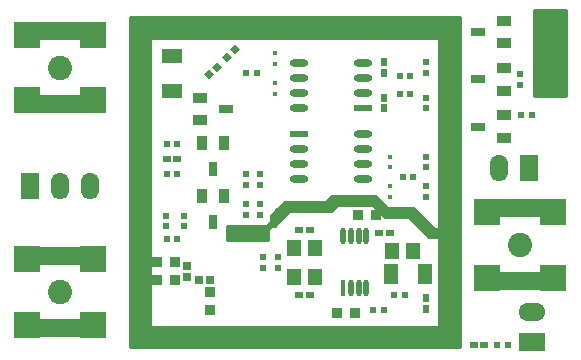
<source format=gts>
G04 #@! TF.FileFunction,Soldermask,Top*
%FSLAX46Y46*%
G04 Gerber Fmt 4.6, Leading zero omitted, Abs format (unit mm)*
G04 Created by KiCad (PCBNEW (2014-11-08 BZR 5258)-product) date Tue 11 Nov 2014 09:30:07 AM EST*
%MOMM*%
G01*
G04 APERTURE LIST*
%ADD10C,0.100000*%
%ADD11C,2.050000*%
%ADD12R,7.760000X1.600000*%
%ADD13R,2.200000X2.200000*%
%ADD14R,1.150000X1.450000*%
%ADD15R,1.524000X2.286000*%
%ADD16O,1.524000X2.286000*%
%ADD17R,2.286000X1.524000*%
%ADD18O,2.286000X1.524000*%
%ADD19R,0.600000X0.600000*%
%ADD20R,1.800000X1.200000*%
%ADD21R,0.600000X0.650000*%
%ADD22R,0.650000X0.600000*%
%ADD23R,1.200000X1.800000*%
%ADD24R,0.400000X0.300000*%
%ADD25R,1.300000X0.900000*%
%ADD26R,1.300000X0.800000*%
%ADD27R,0.900000X1.300000*%
%ADD28R,0.800000X1.300000*%
%ADD29R,1.550000X0.600000*%
%ADD30O,1.550000X0.600000*%
%ADD31R,0.450000X1.450000*%
%ADD32O,0.450000X1.450000*%
%ADD33R,0.900000X0.950000*%
%ADD34R,0.950000X0.900000*%
%ADD35R,0.650000X0.700000*%
%ADD36R,0.700000X0.650000*%
%ADD37C,0.254000*%
G04 APERTURE END LIST*
D10*
D11*
X92000000Y-65000000D03*
D12*
X92000000Y-68080000D03*
X92000000Y-61920000D03*
D13*
X89220000Y-67780000D03*
X89220000Y-62220000D03*
X94780000Y-67780000D03*
X94780000Y-62220000D03*
D14*
X121900000Y-80500000D03*
X120100000Y-80500000D03*
D15*
X89460000Y-75000000D03*
D16*
X92000000Y-75000000D03*
X94540000Y-75000000D03*
D15*
X131770000Y-73500000D03*
D16*
X129230000Y-73500000D03*
D17*
X132000000Y-88270000D03*
D18*
X132000000Y-85730000D03*
D14*
X113650000Y-80250000D03*
X111850000Y-80250000D03*
D19*
X131000000Y-66450000D03*
X131000000Y-65550000D03*
D20*
X101500000Y-66950000D03*
X101500000Y-64050000D03*
D21*
X119500000Y-67550000D03*
X119500000Y-68450000D03*
X119500000Y-65450000D03*
X119500000Y-64550000D03*
D22*
X112300000Y-78750000D03*
X113200000Y-78750000D03*
X112300000Y-84250000D03*
X113200000Y-84250000D03*
D14*
X113650000Y-82750000D03*
X111850000Y-82750000D03*
D22*
X119050000Y-79000000D03*
X119950000Y-79000000D03*
D21*
X123000000Y-84550000D03*
X123000000Y-85450000D03*
D22*
X127950000Y-88500000D03*
X127050000Y-88500000D03*
D23*
X120050000Y-82500000D03*
X122950000Y-82500000D03*
D22*
X101950000Y-72750000D03*
X101050000Y-72750000D03*
D24*
X110250000Y-67200000D03*
X110250000Y-66300000D03*
X110250000Y-64700000D03*
X110250000Y-63800000D03*
X120000000Y-75950000D03*
X120000000Y-75050000D03*
X120000000Y-73450000D03*
X120000000Y-72550000D03*
D19*
X108700000Y-65500000D03*
X107800000Y-65500000D03*
X121050000Y-74250000D03*
X121950000Y-74250000D03*
D11*
X131000000Y-80000000D03*
D12*
X131000000Y-83080000D03*
X131000000Y-76920000D03*
D13*
X128220000Y-82780000D03*
X128220000Y-77220000D03*
X133780000Y-82780000D03*
X133780000Y-77220000D03*
D11*
X92000000Y-84000000D03*
D12*
X92000000Y-87080000D03*
X92000000Y-80920000D03*
D13*
X89220000Y-86780000D03*
X89220000Y-81220000D03*
X94780000Y-86780000D03*
X94780000Y-81220000D03*
D25*
X129600000Y-70950000D03*
X129600000Y-69050000D03*
D26*
X127400000Y-70000000D03*
D25*
X129600000Y-66950000D03*
X129600000Y-65050000D03*
D26*
X127400000Y-66000000D03*
D25*
X129600000Y-62950000D03*
X129600000Y-61050000D03*
D26*
X127400000Y-62000000D03*
D25*
X103900000Y-67550000D03*
X103900000Y-69450000D03*
D26*
X106100000Y-68500000D03*
D27*
X105950000Y-75900000D03*
X104050000Y-75900000D03*
D28*
X105000000Y-78100000D03*
D27*
X105950000Y-71400000D03*
X104050000Y-71400000D03*
D28*
X105000000Y-73600000D03*
D10*
G36*
X106181802Y-64492462D02*
X105757538Y-64068198D01*
X106181802Y-63643934D01*
X106606066Y-64068198D01*
X106181802Y-64492462D01*
X106181802Y-64492462D01*
G37*
G36*
X106818198Y-63856066D02*
X106393934Y-63431802D01*
X106818198Y-63007538D01*
X107242462Y-63431802D01*
X106818198Y-63856066D01*
X106818198Y-63856066D01*
G37*
G36*
X105318198Y-64507538D02*
X105742462Y-64931802D01*
X105318198Y-65356066D01*
X104893934Y-64931802D01*
X105318198Y-64507538D01*
X105318198Y-64507538D01*
G37*
G36*
X104681802Y-65143934D02*
X105106066Y-65568198D01*
X104681802Y-65992462D01*
X104257538Y-65568198D01*
X104681802Y-65143934D01*
X104681802Y-65143934D01*
G37*
D19*
X118550000Y-85500000D03*
X119450000Y-85500000D03*
X129050000Y-88500000D03*
X129950000Y-88500000D03*
X123000000Y-73450000D03*
X123000000Y-72550000D03*
X123000000Y-75050000D03*
X123000000Y-75950000D03*
X131950000Y-69000000D03*
X131050000Y-69000000D03*
X121700000Y-67250000D03*
X120800000Y-67250000D03*
X121700000Y-65750000D03*
X120800000Y-65750000D03*
X123000000Y-68450000D03*
X123000000Y-67550000D03*
X123000000Y-64550000D03*
X123000000Y-65450000D03*
X109250000Y-81050000D03*
X109250000Y-81950000D03*
X110500000Y-81050000D03*
X110500000Y-81950000D03*
X120300000Y-84250000D03*
X121200000Y-84250000D03*
X107750000Y-74950000D03*
X107750000Y-74050000D03*
X109000000Y-74950000D03*
X109000000Y-74050000D03*
X107750000Y-76550000D03*
X107750000Y-77450000D03*
X101050000Y-74000000D03*
X101950000Y-74000000D03*
X109000000Y-76550000D03*
X109000000Y-77450000D03*
X101950000Y-71500000D03*
X101050000Y-71500000D03*
X101000000Y-78450000D03*
X101000000Y-77550000D03*
X101950000Y-79500000D03*
X101050000Y-79500000D03*
X102500000Y-78450000D03*
X102500000Y-77550000D03*
D29*
X117700000Y-68405000D03*
D30*
X117700000Y-67135000D03*
X117700000Y-65865000D03*
X117700000Y-64595000D03*
X112300000Y-64595000D03*
X112300000Y-65865000D03*
X112300000Y-67135000D03*
X112300000Y-68405000D03*
D29*
X112300000Y-70595000D03*
D30*
X112300000Y-71865000D03*
X112300000Y-73135000D03*
X112300000Y-74405000D03*
X117700000Y-74405000D03*
X117700000Y-73135000D03*
X117700000Y-71865000D03*
X117700000Y-70595000D03*
D31*
X116025000Y-83700000D03*
D32*
X116675000Y-83700000D03*
X117325000Y-83700000D03*
X117975000Y-83700000D03*
X117975000Y-79300000D03*
X117325000Y-79300000D03*
X116675000Y-79300000D03*
X116025000Y-79300000D03*
D33*
X117000000Y-85750000D03*
X115500000Y-85750000D03*
X117250000Y-77500000D03*
X118750000Y-77500000D03*
X101750000Y-81500000D03*
X100250000Y-81500000D03*
X101750000Y-83000000D03*
X100250000Y-83000000D03*
D34*
X104750000Y-84000000D03*
X104750000Y-85500000D03*
D35*
X104700000Y-83000000D03*
X103800000Y-83000000D03*
D36*
X102750000Y-82700000D03*
X102750000Y-81800000D03*
D37*
G36*
X125873000Y-88673000D02*
X124127000Y-88673000D01*
X124127000Y-86927000D01*
X124127000Y-79373000D01*
X123302605Y-79373000D01*
X121552605Y-77623000D01*
X119552605Y-77623000D01*
X118552605Y-76623000D01*
X115447395Y-76623000D01*
X114947395Y-77123000D01*
X111447395Y-77123000D01*
X110660197Y-77910197D01*
X110197395Y-78373000D01*
X109947395Y-78373000D01*
X109623000Y-78697395D01*
X109623000Y-79623000D01*
X106127000Y-79623000D01*
X106127000Y-78377000D01*
X109552605Y-78377000D01*
X109877000Y-78052605D01*
X109877000Y-77552605D01*
X110339803Y-77089803D01*
X111052605Y-76377000D01*
X114552605Y-76377000D01*
X115052605Y-75877000D01*
X118697395Y-75877000D01*
X119697395Y-76877000D01*
X120000000Y-76877000D01*
X121947395Y-76877000D01*
X123697395Y-78627000D01*
X124127000Y-78627000D01*
X124127000Y-62473000D01*
X99673000Y-62473000D01*
X99673000Y-86927000D01*
X124127000Y-86927000D01*
X124127000Y-88673000D01*
X124000000Y-88673000D01*
X97927000Y-88673000D01*
X97927000Y-60727000D01*
X125873000Y-60727000D01*
X125873000Y-88673000D01*
X125873000Y-88673000D01*
G37*
X125873000Y-88673000D02*
X124127000Y-88673000D01*
X124127000Y-86927000D01*
X124127000Y-79373000D01*
X123302605Y-79373000D01*
X121552605Y-77623000D01*
X119552605Y-77623000D01*
X118552605Y-76623000D01*
X115447395Y-76623000D01*
X114947395Y-77123000D01*
X111447395Y-77123000D01*
X110660197Y-77910197D01*
X110197395Y-78373000D01*
X109947395Y-78373000D01*
X109623000Y-78697395D01*
X109623000Y-79623000D01*
X106127000Y-79623000D01*
X106127000Y-78377000D01*
X109552605Y-78377000D01*
X109877000Y-78052605D01*
X109877000Y-77552605D01*
X110339803Y-77089803D01*
X111052605Y-76377000D01*
X114552605Y-76377000D01*
X115052605Y-75877000D01*
X118697395Y-75877000D01*
X119697395Y-76877000D01*
X120000000Y-76877000D01*
X121947395Y-76877000D01*
X123697395Y-78627000D01*
X124127000Y-78627000D01*
X124127000Y-62473000D01*
X99673000Y-62473000D01*
X99673000Y-86927000D01*
X124127000Y-86927000D01*
X124127000Y-88673000D01*
X124000000Y-88673000D01*
X97927000Y-88673000D01*
X97927000Y-60727000D01*
X125873000Y-60727000D01*
X125873000Y-88673000D01*
G36*
X134873000Y-67373000D02*
X132127000Y-67373000D01*
X132127000Y-60127000D01*
X134873000Y-60127000D01*
X134873000Y-67373000D01*
X134873000Y-67373000D01*
G37*
X134873000Y-67373000D02*
X132127000Y-67373000D01*
X132127000Y-60127000D01*
X134873000Y-60127000D01*
X134873000Y-67373000D01*
M02*

</source>
